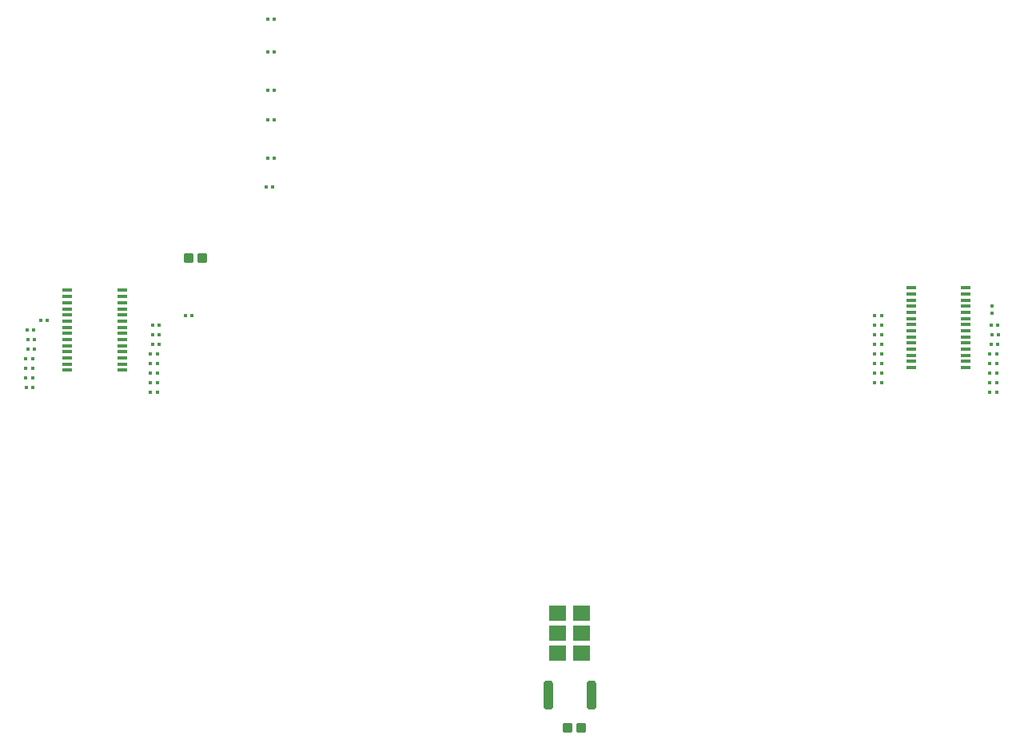
<source format=gbr>
%TF.GenerationSoftware,KiCad,Pcbnew,8.0.5*%
%TF.CreationDate,2024-11-24T13:45:08+01:00*%
%TF.ProjectId,navrh03,6e617672-6830-4332-9e6b-696361645f70,rev?*%
%TF.SameCoordinates,Original*%
%TF.FileFunction,Paste,Top*%
%TF.FilePolarity,Positive*%
%FSLAX46Y46*%
G04 Gerber Fmt 4.6, Leading zero omitted, Abs format (unit mm)*
G04 Created by KiCad (PCBNEW 8.0.5) date 2024-11-24 13:45:08*
%MOMM*%
%LPD*%
G01*
G04 APERTURE LIST*
G04 Aperture macros list*
%AMRoundRect*
0 Rectangle with rounded corners*
0 $1 Rounding radius*
0 $2 $3 $4 $5 $6 $7 $8 $9 X,Y pos of 4 corners*
0 Add a 4 corners polygon primitive as box body*
4,1,4,$2,$3,$4,$5,$6,$7,$8,$9,$2,$3,0*
0 Add four circle primitives for the rounded corners*
1,1,$1+$1,$2,$3*
1,1,$1+$1,$4,$5*
1,1,$1+$1,$6,$7*
1,1,$1+$1,$8,$9*
0 Add four rect primitives between the rounded corners*
20,1,$1+$1,$2,$3,$4,$5,0*
20,1,$1+$1,$4,$5,$6,$7,0*
20,1,$1+$1,$6,$7,$8,$9,0*
20,1,$1+$1,$8,$9,$2,$3,0*%
G04 Aperture macros list end*
%ADD10C,0.000000*%
%ADD11RoundRect,0.250000X-0.287500X-0.275000X0.287500X-0.275000X0.287500X0.275000X-0.287500X0.275000X0*%
%ADD12RoundRect,0.079500X0.079500X0.100500X-0.079500X0.100500X-0.079500X-0.100500X0.079500X-0.100500X0*%
%ADD13RoundRect,0.079500X-0.079500X-0.100500X0.079500X-0.100500X0.079500X0.100500X-0.079500X0.100500X0*%
%ADD14RoundRect,0.079500X-0.100500X0.079500X-0.100500X-0.079500X0.100500X-0.079500X0.100500X0.079500X0*%
%ADD15R,0.990600X0.304800*%
%ADD16RoundRect,0.250000X0.287500X0.275000X-0.287500X0.275000X-0.287500X-0.275000X0.287500X-0.275000X0*%
%ADD17RoundRect,0.242500X-0.242500X-1.267500X0.242500X-1.267500X0.242500X1.267500X-0.242500X1.267500X0*%
G04 APERTURE END LIST*
D10*
%TO.C,Q1*%
G36*
X154022000Y-111546000D02*
G01*
X152302000Y-111546000D01*
X152302000Y-109986000D01*
X154022000Y-109986000D01*
X154022000Y-111546000D01*
G37*
G36*
X154022000Y-113656000D02*
G01*
X152302000Y-113656000D01*
X152302000Y-112096000D01*
X154022000Y-112096000D01*
X154022000Y-113656000D01*
G37*
G36*
X154022000Y-115766000D02*
G01*
X152302000Y-115766000D01*
X152302000Y-114206000D01*
X154022000Y-114206000D01*
X154022000Y-115766000D01*
G37*
G36*
X156562000Y-111546000D02*
G01*
X154842000Y-111546000D01*
X154842000Y-109986000D01*
X156562000Y-109986000D01*
X156562000Y-111546000D01*
G37*
G36*
X156562000Y-113656000D02*
G01*
X154842000Y-113656000D01*
X154842000Y-112096000D01*
X156562000Y-112096000D01*
X156562000Y-113656000D01*
G37*
G36*
X156562000Y-115766000D02*
G01*
X154842000Y-115766000D01*
X154842000Y-114206000D01*
X156562000Y-114206000D01*
X156562000Y-115766000D01*
G37*
%TD*%
D11*
%TO.C,C2*%
X114095500Y-73152000D03*
X115520500Y-73152000D03*
%TD*%
D12*
%TO.C,R34*%
X97693000Y-80772000D03*
X97003000Y-80772000D03*
%TD*%
D13*
%TO.C,R30*%
X110236000Y-82296000D03*
X110926000Y-82296000D03*
%TD*%
%TO.C,R2*%
X113767000Y-79248000D03*
X114457000Y-79248000D03*
%TD*%
%TO.C,R25*%
X110054000Y-87376000D03*
X110744000Y-87376000D03*
%TD*%
%TO.C,R6*%
X122428000Y-55308000D03*
X123118000Y-55308000D03*
%TD*%
%TO.C,R15*%
X199136000Y-81280000D03*
X199826000Y-81280000D03*
%TD*%
%TO.C,R3*%
X122265000Y-65560000D03*
X122955000Y-65560000D03*
%TD*%
D12*
%TO.C,R22*%
X187452000Y-84328000D03*
X186762000Y-84328000D03*
%TD*%
D13*
%TO.C,R7*%
X122428000Y-51308000D03*
X123118000Y-51308000D03*
%TD*%
D12*
%TO.C,R23*%
X187452000Y-85344000D03*
X186762000Y-85344000D03*
%TD*%
D13*
%TO.C,R4*%
X122428000Y-62512000D03*
X123118000Y-62512000D03*
%TD*%
D12*
%TO.C,R17*%
X187452000Y-79248000D03*
X186762000Y-79248000D03*
%TD*%
D13*
%TO.C,R8J1*%
X122428000Y-47808000D03*
X123118000Y-47808000D03*
%TD*%
%TO.C,R26*%
X110054000Y-86360000D03*
X110744000Y-86360000D03*
%TD*%
%TO.C,R32*%
X110236000Y-80264000D03*
X110926000Y-80264000D03*
%TD*%
%TO.C,R5*%
X122428000Y-58448000D03*
X123118000Y-58448000D03*
%TD*%
%TO.C,R31*%
X110236000Y-81280000D03*
X110926000Y-81280000D03*
%TD*%
D12*
%TO.C,R19*%
X187452000Y-81280000D03*
X186762000Y-81280000D03*
%TD*%
%TO.C,R40*%
X97561000Y-86868000D03*
X96871000Y-86868000D03*
%TD*%
D13*
%TO.C,R28*%
X110054000Y-84328000D03*
X110744000Y-84328000D03*
%TD*%
D12*
%TO.C,R37*%
X97536000Y-83820000D03*
X96846000Y-83820000D03*
%TD*%
D14*
%TO.C,R1*%
X199136000Y-78232000D03*
X199136000Y-78922000D03*
%TD*%
D13*
%TO.C,R8*%
X198954000Y-87376000D03*
X199644000Y-87376000D03*
%TD*%
D12*
%TO.C,R21*%
X187452000Y-83312000D03*
X186762000Y-83312000D03*
%TD*%
D13*
%TO.C,R13*%
X198954000Y-83312000D03*
X199644000Y-83312000D03*
%TD*%
D12*
%TO.C,R39*%
X97536000Y-85852000D03*
X96846000Y-85852000D03*
%TD*%
%TO.C,R35*%
X97718000Y-81788000D03*
X97028000Y-81788000D03*
%TD*%
%TO.C,R36*%
X97718000Y-82804000D03*
X97028000Y-82804000D03*
%TD*%
D13*
%TO.C,R12*%
X198954000Y-84328000D03*
X199644000Y-84328000D03*
%TD*%
%TO.C,R10*%
X198954000Y-86360000D03*
X199644000Y-86360000D03*
%TD*%
D12*
%TO.C,R38*%
X97536000Y-84836000D03*
X96846000Y-84836000D03*
%TD*%
D15*
%TO.C,U2*%
X190582200Y-76275000D03*
X190582200Y-76925000D03*
X190582200Y-77575000D03*
X190582200Y-78225000D03*
X190582200Y-78875000D03*
X190582200Y-79525000D03*
X190582200Y-80175000D03*
X190582200Y-80825000D03*
X190582200Y-81475000D03*
X190582200Y-82125000D03*
X190582200Y-82775000D03*
X190582200Y-83425000D03*
X190582200Y-84075000D03*
X190582200Y-84725000D03*
X196417800Y-84725000D03*
X196417800Y-84075000D03*
X196417800Y-83425000D03*
X196417800Y-82775000D03*
X196417800Y-82125000D03*
X196417800Y-81475000D03*
X196417800Y-80825000D03*
X196417800Y-80175000D03*
X196417800Y-79525000D03*
X196417800Y-78875000D03*
X196417800Y-78225000D03*
X196417800Y-77575000D03*
X196417800Y-76925000D03*
X196417800Y-76275000D03*
%TD*%
D13*
%TO.C,R27*%
X110054000Y-85344000D03*
X110744000Y-85344000D03*
%TD*%
%TO.C,R29*%
X110054000Y-83312000D03*
X110744000Y-83312000D03*
%TD*%
D16*
%TO.C,C3*%
X155652500Y-122936000D03*
X154227500Y-122936000D03*
%TD*%
D12*
%TO.C,R18*%
X187452000Y-80264000D03*
X186762000Y-80264000D03*
%TD*%
%TO.C,R33*%
X99085000Y-79756000D03*
X98395000Y-79756000D03*
%TD*%
D13*
%TO.C,R16*%
X199111000Y-80264000D03*
X199801000Y-80264000D03*
%TD*%
%TO.C,R14*%
X199111000Y-82296000D03*
X199801000Y-82296000D03*
%TD*%
D12*
%TO.C,R24*%
X187452000Y-86360000D03*
X186762000Y-86360000D03*
%TD*%
D13*
%TO.C,R11*%
X198954000Y-85344000D03*
X199644000Y-85344000D03*
%TD*%
D17*
%TO.C,Q1*%
X152146000Y-119406000D03*
X156718000Y-119406000D03*
%TD*%
D12*
%TO.C,R20*%
X187452000Y-82296000D03*
X186762000Y-82296000D03*
%TD*%
D15*
%TO.C,U1-Left1*%
X101222200Y-76547000D03*
X101222200Y-77197000D03*
X101222200Y-77847000D03*
X101222200Y-78497000D03*
X101222200Y-79147000D03*
X101222200Y-79797000D03*
X101222200Y-80447000D03*
X101222200Y-81097000D03*
X101222200Y-81747000D03*
X101222200Y-82397000D03*
X101222200Y-83047000D03*
X101222200Y-83697000D03*
X101222200Y-84347000D03*
X101222200Y-84997000D03*
X107057800Y-84997000D03*
X107057800Y-84347000D03*
X107057800Y-83697000D03*
X107057800Y-83047000D03*
X107057800Y-82397000D03*
X107057800Y-81747000D03*
X107057800Y-81097000D03*
X107057800Y-80447000D03*
X107057800Y-79797000D03*
X107057800Y-79147000D03*
X107057800Y-78497000D03*
X107057800Y-77847000D03*
X107057800Y-77197000D03*
X107057800Y-76547000D03*
%TD*%
M02*

</source>
